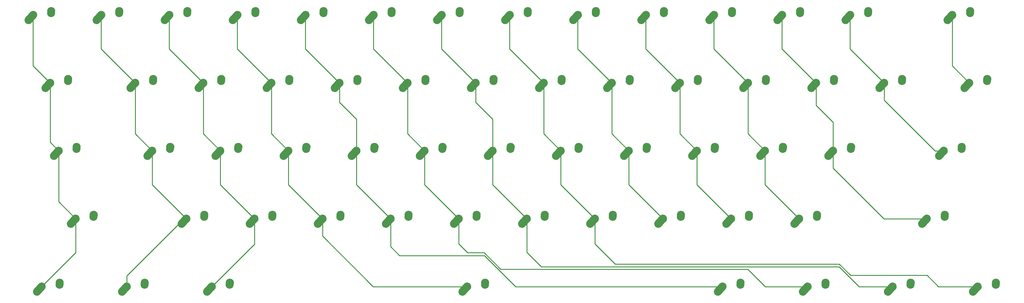
<source format=gbr>
%TF.GenerationSoftware,KiCad,Pcbnew,(6.0.5)*%
%TF.CreationDate,2023-04-01T18:57:01-04:00*%
%TF.ProjectId,paperweight 60,70617065-7277-4656-9967-68742036302e,rev?*%
%TF.SameCoordinates,Original*%
%TF.FileFunction,Copper,L2,Bot*%
%TF.FilePolarity,Positive*%
%FSLAX46Y46*%
G04 Gerber Fmt 4.6, Leading zero omitted, Abs format (unit mm)*
G04 Created by KiCad (PCBNEW (6.0.5)) date 2023-04-01 18:57:01*
%MOMM*%
%LPD*%
G01*
G04 APERTURE LIST*
G04 Aperture macros list*
%AMHorizOval*
0 Thick line with rounded ends*
0 $1 width*
0 $2 $3 position (X,Y) of the first rounded end (center of the circle)*
0 $4 $5 position (X,Y) of the second rounded end (center of the circle)*
0 Add line between two ends*
20,1,$1,$2,$3,$4,$5,0*
0 Add two circle primitives to create the rounded ends*
1,1,$1,$2,$3*
1,1,$1,$4,$5*%
G04 Aperture macros list end*
%TA.AperFunction,ComponentPad*%
%ADD10C,2.250000*%
%TD*%
%TA.AperFunction,ComponentPad*%
%ADD11HorizOval,2.250000X0.655001X0.730000X-0.655001X-0.730000X0*%
%TD*%
%TA.AperFunction,ComponentPad*%
%ADD12HorizOval,2.250000X0.020000X0.290000X-0.020000X-0.290000X0*%
%TD*%
%TA.AperFunction,Conductor*%
%ADD13C,0.250000*%
%TD*%
G04 APERTURE END LIST*
D10*
%TO.P,MX61,1,COL*%
%TO.N,Net-(MX60-Pad1)*%
X273725000Y-46800000D03*
D11*
X273070001Y-47530000D03*
D12*
%TO.P,MX61,2,ROW*%
%TO.N,Net-(MX12-Pad2)*%
X278745000Y-46010000D03*
D10*
X278765000Y-45720000D03*
%TD*%
D11*
%TO.P,MX60,1,COL*%
%TO.N,Net-(MX60-Pad1)*%
X268307501Y-28480000D03*
D10*
X268962500Y-27750000D03*
D12*
%TO.P,MX60,2,ROW*%
%TO.N,Net-(MX1-Pad2)*%
X273982500Y-26960000D03*
D10*
X274002500Y-26670000D03*
%TD*%
%TO.P,MX59,1,COL*%
%TO.N,Net-(MX57-Pad1)*%
X266581250Y-65850000D03*
D11*
X265926251Y-66580000D03*
D10*
%TO.P,MX59,2,ROW*%
%TO.N,Net-(MX13-Pad2)*%
X271621250Y-64770000D03*
D12*
X271601250Y-65060000D03*
%TD*%
D10*
%TO.P,MX58,1,COL*%
%TO.N,Net-(MX57-Pad1)*%
X249912500Y-46800000D03*
D11*
X249257501Y-47530000D03*
D10*
%TO.P,MX58,2,ROW*%
%TO.N,Net-(MX12-Pad2)*%
X254952500Y-45720000D03*
D12*
X254932500Y-46010000D03*
%TD*%
D10*
%TO.P,MX57,1,COL*%
%TO.N,Net-(MX57-Pad1)*%
X240387500Y-27750000D03*
D11*
X239732501Y-28480000D03*
D10*
%TO.P,MX57,2,ROW*%
%TO.N,Net-(MX1-Pad2)*%
X245427500Y-26670000D03*
D12*
X245407500Y-26960000D03*
%TD*%
D10*
%TO.P,MX56,1,COL*%
%TO.N,Net-(MX53-Pad1)*%
X261818750Y-84900000D03*
D11*
X261163751Y-85630000D03*
D12*
%TO.P,MX56,2,ROW*%
%TO.N,Net-(MX14-Pad2)*%
X266838750Y-84110000D03*
D10*
X266858750Y-83820000D03*
%TD*%
%TO.P,MX55,1,COL*%
%TO.N,Net-(MX53-Pad1)*%
X235625000Y-65850000D03*
D11*
X234970001Y-66580000D03*
D10*
%TO.P,MX55,2,ROW*%
%TO.N,Net-(MX13-Pad2)*%
X240665000Y-64770000D03*
D12*
X240645000Y-65060000D03*
%TD*%
D10*
%TO.P,MX54,1,COL*%
%TO.N,Net-(MX53-Pad1)*%
X230862500Y-46800000D03*
D11*
X230207501Y-47530000D03*
D10*
%TO.P,MX54,2,ROW*%
%TO.N,Net-(MX12-Pad2)*%
X235902500Y-45720000D03*
D12*
X235882500Y-46010000D03*
%TD*%
D10*
%TO.P,MX53,1,COL*%
%TO.N,Net-(MX53-Pad1)*%
X221337500Y-27750000D03*
D11*
X220682501Y-28480000D03*
D10*
%TO.P,MX53,2,ROW*%
%TO.N,Net-(MX1-Pad2)*%
X226377500Y-26670000D03*
D12*
X226357500Y-26960000D03*
%TD*%
D10*
%TO.P,MX52,1,COL*%
%TO.N,Net-(MX49-Pad1)*%
X226100000Y-84900000D03*
D11*
X225445001Y-85630000D03*
D10*
%TO.P,MX52,2,ROW*%
%TO.N,Net-(MX14-Pad2)*%
X231140000Y-83820000D03*
D12*
X231120000Y-84110000D03*
%TD*%
D10*
%TO.P,MX51,1,COL*%
%TO.N,Net-(MX49-Pad1)*%
X216575000Y-65850000D03*
D11*
X215920001Y-66580000D03*
D10*
%TO.P,MX51,2,ROW*%
%TO.N,Net-(MX13-Pad2)*%
X221615000Y-64770000D03*
D12*
X221595000Y-65060000D03*
%TD*%
D10*
%TO.P,MX50,1,COL*%
%TO.N,Net-(MX49-Pad1)*%
X211812500Y-46800000D03*
D11*
X211157501Y-47530000D03*
D10*
%TO.P,MX50,2,ROW*%
%TO.N,Net-(MX12-Pad2)*%
X216852500Y-45720000D03*
D12*
X216832500Y-46010000D03*
%TD*%
D10*
%TO.P,MX49,1,COL*%
%TO.N,Net-(MX49-Pad1)*%
X202287500Y-27750000D03*
D11*
X201632501Y-28480000D03*
D10*
%TO.P,MX49,2,ROW*%
%TO.N,Net-(MX1-Pad2)*%
X207327500Y-26670000D03*
D12*
X207307500Y-26960000D03*
%TD*%
D10*
%TO.P,MX48,1,COL*%
%TO.N,Net-(MX45-Pad1)*%
X207050000Y-84900000D03*
D11*
X206395001Y-85630000D03*
D10*
%TO.P,MX48,2,ROW*%
%TO.N,Net-(MX14-Pad2)*%
X212090000Y-83820000D03*
D12*
X212070000Y-84110000D03*
%TD*%
D10*
%TO.P,MX47,1,COL*%
%TO.N,Net-(MX45-Pad1)*%
X197525000Y-65850000D03*
D11*
X196870001Y-66580000D03*
D10*
%TO.P,MX47,2,ROW*%
%TO.N,Net-(MX13-Pad2)*%
X202565000Y-64770000D03*
D12*
X202545000Y-65060000D03*
%TD*%
D10*
%TO.P,MX46,1,COL*%
%TO.N,Net-(MX45-Pad1)*%
X192762500Y-46800000D03*
D11*
X192107501Y-47530000D03*
D10*
%TO.P,MX46,2,ROW*%
%TO.N,Net-(MX12-Pad2)*%
X197802500Y-45720000D03*
D12*
X197782500Y-46010000D03*
%TD*%
D10*
%TO.P,MX45,1,COL*%
%TO.N,Net-(MX45-Pad1)*%
X183237500Y-27750000D03*
D11*
X182582501Y-28480000D03*
D10*
%TO.P,MX45,2,ROW*%
%TO.N,Net-(MX1-Pad2)*%
X188277500Y-26670000D03*
D12*
X188257500Y-26960000D03*
%TD*%
D10*
%TO.P,MX44,1,COL*%
%TO.N,Net-(MX41-Pad1)*%
X188000000Y-84900000D03*
D11*
X187345001Y-85630000D03*
D10*
%TO.P,MX44,2,ROW*%
%TO.N,Net-(MX14-Pad2)*%
X193040000Y-83820000D03*
D12*
X193020000Y-84110000D03*
%TD*%
D10*
%TO.P,MX43,1,COL*%
%TO.N,Net-(MX41-Pad1)*%
X178475000Y-65850000D03*
D11*
X177820001Y-66580000D03*
D10*
%TO.P,MX43,2,ROW*%
%TO.N,Net-(MX13-Pad2)*%
X183515000Y-64770000D03*
D12*
X183495000Y-65060000D03*
%TD*%
D10*
%TO.P,MX42,1,COL*%
%TO.N,Net-(MX41-Pad1)*%
X173712500Y-46800000D03*
D11*
X173057501Y-47530000D03*
D10*
%TO.P,MX42,2,ROW*%
%TO.N,Net-(MX12-Pad2)*%
X178752500Y-45720000D03*
D12*
X178732500Y-46010000D03*
%TD*%
D10*
%TO.P,MX41,1,COL*%
%TO.N,Net-(MX41-Pad1)*%
X164187500Y-27750000D03*
D11*
X163532501Y-28480000D03*
D10*
%TO.P,MX41,2,ROW*%
%TO.N,Net-(MX1-Pad2)*%
X169227500Y-26670000D03*
D12*
X169207500Y-26960000D03*
%TD*%
D11*
%TO.P,MX40,1,COL*%
%TO.N,Net-(MX36-Pad1)*%
X275451251Y-104680000D03*
D10*
X276106250Y-103950000D03*
%TO.P,MX40,2,ROW*%
%TO.N,Net-(MX10-Pad2)*%
X281146250Y-102870000D03*
D12*
X281126250Y-103160000D03*
%TD*%
D10*
%TO.P,MX39,1,COL*%
%TO.N,Net-(MX36-Pad1)*%
X168950000Y-84900000D03*
D11*
X168295001Y-85630000D03*
D10*
%TO.P,MX39,2,ROW*%
%TO.N,Net-(MX14-Pad2)*%
X173990000Y-83820000D03*
D12*
X173970000Y-84110000D03*
%TD*%
D10*
%TO.P,MX38,1,COL*%
%TO.N,Net-(MX36-Pad1)*%
X159425000Y-65850000D03*
D11*
X158770001Y-66580000D03*
D10*
%TO.P,MX38,2,ROW*%
%TO.N,Net-(MX13-Pad2)*%
X164465000Y-64770000D03*
D12*
X164445000Y-65060000D03*
%TD*%
D10*
%TO.P,MX37,1,COL*%
%TO.N,Net-(MX36-Pad1)*%
X154662500Y-46800000D03*
D11*
X154007501Y-47530000D03*
D10*
%TO.P,MX37,2,ROW*%
%TO.N,Net-(MX12-Pad2)*%
X159702500Y-45720000D03*
D12*
X159682500Y-46010000D03*
%TD*%
D10*
%TO.P,MX36,1,COL*%
%TO.N,Net-(MX36-Pad1)*%
X145137500Y-27750000D03*
D11*
X144482501Y-28480000D03*
D10*
%TO.P,MX36,2,ROW*%
%TO.N,Net-(MX1-Pad2)*%
X150177500Y-26670000D03*
D12*
X150157500Y-26960000D03*
%TD*%
D11*
%TO.P,MX35,1,COL*%
%TO.N,Net-(MX31-Pad1)*%
X251638751Y-104680000D03*
D10*
X252293750Y-103950000D03*
%TO.P,MX35,2,ROW*%
%TO.N,Net-(MX10-Pad2)*%
X257333750Y-102870000D03*
D12*
X257313750Y-103160000D03*
%TD*%
D10*
%TO.P,MX34,1,COL*%
%TO.N,Net-(MX31-Pad1)*%
X149900000Y-84900000D03*
D11*
X149245001Y-85630000D03*
D10*
%TO.P,MX34,2,ROW*%
%TO.N,Net-(MX14-Pad2)*%
X154940000Y-83820000D03*
D12*
X154920000Y-84110000D03*
%TD*%
D10*
%TO.P,MX33,1,COL*%
%TO.N,Net-(MX31-Pad1)*%
X140375000Y-65850000D03*
D11*
X139720001Y-66580000D03*
D10*
%TO.P,MX33,2,ROW*%
%TO.N,Net-(MX13-Pad2)*%
X145415000Y-64770000D03*
D12*
X145395000Y-65060000D03*
%TD*%
D10*
%TO.P,MX32,1,COL*%
%TO.N,Net-(MX31-Pad1)*%
X135612500Y-46800000D03*
D11*
X134957501Y-47530000D03*
D10*
%TO.P,MX32,2,ROW*%
%TO.N,Net-(MX12-Pad2)*%
X140652500Y-45720000D03*
D12*
X140632500Y-46010000D03*
%TD*%
D10*
%TO.P,MX31,1,COL*%
%TO.N,Net-(MX31-Pad1)*%
X126087500Y-27750000D03*
D11*
X125432501Y-28480000D03*
D10*
%TO.P,MX31,2,ROW*%
%TO.N,Net-(MX1-Pad2)*%
X131127500Y-26670000D03*
D12*
X131107500Y-26960000D03*
%TD*%
D11*
%TO.P,MX30,1,COL*%
%TO.N,Net-(MX26-Pad1)*%
X227826251Y-104680000D03*
D10*
X228481250Y-103950000D03*
%TO.P,MX30,2,ROW*%
%TO.N,Net-(MX10-Pad2)*%
X233521250Y-102870000D03*
D12*
X233501250Y-103160000D03*
%TD*%
D10*
%TO.P,MX29,1,COL*%
%TO.N,Net-(MX26-Pad1)*%
X130850000Y-84900000D03*
D11*
X130195001Y-85630000D03*
D10*
%TO.P,MX29,2,ROW*%
%TO.N,Net-(MX14-Pad2)*%
X135890000Y-83820000D03*
D12*
X135870000Y-84110000D03*
%TD*%
D10*
%TO.P,MX28,1,COL*%
%TO.N,Net-(MX26-Pad1)*%
X121325000Y-65850000D03*
D11*
X120670001Y-66580000D03*
D10*
%TO.P,MX28,2,ROW*%
%TO.N,Net-(MX13-Pad2)*%
X126365000Y-64770000D03*
D12*
X126345000Y-65060000D03*
%TD*%
D10*
%TO.P,MX27,1,COL*%
%TO.N,Net-(MX26-Pad1)*%
X116562500Y-46800000D03*
D11*
X115907501Y-47530000D03*
D10*
%TO.P,MX27,2,ROW*%
%TO.N,Net-(MX12-Pad2)*%
X121602500Y-45720000D03*
D12*
X121582500Y-46010000D03*
%TD*%
D10*
%TO.P,MX26,1,COL*%
%TO.N,Net-(MX26-Pad1)*%
X107037500Y-27750000D03*
D11*
X106382501Y-28480000D03*
D10*
%TO.P,MX26,2,ROW*%
%TO.N,Net-(MX1-Pad2)*%
X112077500Y-26670000D03*
D12*
X112057500Y-26960000D03*
%TD*%
D11*
%TO.P,MX25,1,COL*%
%TO.N,Net-(MX21-Pad1)*%
X204013751Y-104680000D03*
D10*
X204668750Y-103950000D03*
%TO.P,MX25,2,ROW*%
%TO.N,Net-(MX10-Pad2)*%
X209708750Y-102870000D03*
D12*
X209688750Y-103160000D03*
%TD*%
D10*
%TO.P,MX24,1,COL*%
%TO.N,Net-(MX21-Pad1)*%
X111800000Y-84900000D03*
D11*
X111145001Y-85630000D03*
D10*
%TO.P,MX24,2,ROW*%
%TO.N,Net-(MX14-Pad2)*%
X116840000Y-83820000D03*
D12*
X116820000Y-84110000D03*
%TD*%
D10*
%TO.P,MX23,1,COL*%
%TO.N,Net-(MX21-Pad1)*%
X102275000Y-65850000D03*
D11*
X101620001Y-66580000D03*
D10*
%TO.P,MX23,2,ROW*%
%TO.N,Net-(MX13-Pad2)*%
X107315000Y-64770000D03*
D12*
X107295000Y-65060000D03*
%TD*%
D10*
%TO.P,MX22,1,COL*%
%TO.N,Net-(MX21-Pad1)*%
X97512500Y-46800000D03*
D11*
X96857501Y-47530000D03*
D10*
%TO.P,MX22,2,ROW*%
%TO.N,Net-(MX12-Pad2)*%
X102552500Y-45720000D03*
D12*
X102532500Y-46010000D03*
%TD*%
D10*
%TO.P,MX21,1,COL*%
%TO.N,Net-(MX21-Pad1)*%
X87987500Y-27750000D03*
D11*
X87332501Y-28480000D03*
D10*
%TO.P,MX21,2,ROW*%
%TO.N,Net-(MX1-Pad2)*%
X93027500Y-26670000D03*
D12*
X93007500Y-26960000D03*
%TD*%
D10*
%TO.P,MX20,1,COL*%
%TO.N,Net-(MX16-Pad1)*%
X133231250Y-103950000D03*
D11*
X132576251Y-104680000D03*
D12*
%TO.P,MX20,2,ROW*%
%TO.N,Net-(MX10-Pad2)*%
X138251250Y-103160000D03*
D10*
X138271250Y-102870000D03*
%TD*%
%TO.P,MX19,1,COL*%
%TO.N,Net-(MX16-Pad1)*%
X92750000Y-84900000D03*
D11*
X92095001Y-85630000D03*
D10*
%TO.P,MX19,2,ROW*%
%TO.N,Net-(MX14-Pad2)*%
X97790000Y-83820000D03*
D12*
X97770000Y-84110000D03*
%TD*%
D10*
%TO.P,MX18,1,COL*%
%TO.N,Net-(MX16-Pad1)*%
X83225000Y-65850000D03*
D11*
X82570001Y-66580000D03*
D10*
%TO.P,MX18,2,ROW*%
%TO.N,Net-(MX13-Pad2)*%
X88265000Y-64770000D03*
D12*
X88245000Y-65060000D03*
%TD*%
D10*
%TO.P,MX17,1,COL*%
%TO.N,Net-(MX16-Pad1)*%
X78462500Y-46800000D03*
D11*
X77807501Y-47530000D03*
D10*
%TO.P,MX17,2,ROW*%
%TO.N,Net-(MX12-Pad2)*%
X83502500Y-45720000D03*
D12*
X83482500Y-46010000D03*
%TD*%
D10*
%TO.P,MX16,1,COL*%
%TO.N,Net-(MX16-Pad1)*%
X68937500Y-27750000D03*
D11*
X68282501Y-28480000D03*
D10*
%TO.P,MX16,2,ROW*%
%TO.N,Net-(MX1-Pad2)*%
X73977500Y-26670000D03*
D12*
X73957500Y-26960000D03*
%TD*%
D11*
%TO.P,MX15,1,COL*%
%TO.N,Net-(MX11-Pad1)*%
X61138751Y-104680000D03*
D10*
X61793750Y-103950000D03*
%TO.P,MX15,2,ROW*%
%TO.N,Net-(MX10-Pad2)*%
X66833750Y-102870000D03*
D12*
X66813750Y-103160000D03*
%TD*%
D10*
%TO.P,MX14,1,COL*%
%TO.N,Net-(MX11-Pad1)*%
X73700000Y-84900000D03*
D11*
X73045001Y-85630000D03*
D10*
%TO.P,MX14,2,ROW*%
%TO.N,Net-(MX14-Pad2)*%
X78740000Y-83820000D03*
D12*
X78720000Y-84110000D03*
%TD*%
D10*
%TO.P,MX13,1,COL*%
%TO.N,Net-(MX11-Pad1)*%
X64175000Y-65850000D03*
D11*
X63520001Y-66580000D03*
D10*
%TO.P,MX13,2,ROW*%
%TO.N,Net-(MX13-Pad2)*%
X69215000Y-64770000D03*
D12*
X69195000Y-65060000D03*
%TD*%
D10*
%TO.P,MX12,1,COL*%
%TO.N,Net-(MX11-Pad1)*%
X59412500Y-46800000D03*
D11*
X58757501Y-47530000D03*
D10*
%TO.P,MX12,2,ROW*%
%TO.N,Net-(MX12-Pad2)*%
X64452500Y-45720000D03*
D12*
X64432500Y-46010000D03*
%TD*%
D10*
%TO.P,MX11,1,COL*%
%TO.N,Net-(MX11-Pad1)*%
X49887500Y-27750000D03*
D11*
X49232501Y-28480000D03*
D10*
%TO.P,MX11,2,ROW*%
%TO.N,Net-(MX1-Pad2)*%
X54927500Y-26670000D03*
D12*
X54907500Y-26960000D03*
%TD*%
D11*
%TO.P,MX10,1,COL*%
%TO.N,Net-(MX10-Pad1)*%
X37326251Y-104680000D03*
D10*
X37981250Y-103950000D03*
%TO.P,MX10,2,ROW*%
%TO.N,Net-(MX10-Pad2)*%
X43021250Y-102870000D03*
D12*
X43001250Y-103160000D03*
%TD*%
D10*
%TO.P,MX9,1,COL*%
%TO.N,Net-(MX10-Pad1)*%
X54650000Y-84900000D03*
D11*
X53995001Y-85630000D03*
D10*
%TO.P,MX9,2,ROW*%
%TO.N,Net-(MX14-Pad2)*%
X59690000Y-83820000D03*
D12*
X59670000Y-84110000D03*
%TD*%
D10*
%TO.P,MX8,1,COL*%
%TO.N,Net-(MX10-Pad1)*%
X45125000Y-65850000D03*
D11*
X44470001Y-66580000D03*
D10*
%TO.P,MX8,2,ROW*%
%TO.N,Net-(MX13-Pad2)*%
X50165000Y-64770000D03*
D12*
X50145000Y-65060000D03*
%TD*%
D10*
%TO.P,MX7,1,COL*%
%TO.N,Net-(MX10-Pad1)*%
X40362500Y-46800000D03*
D11*
X39707501Y-47530000D03*
D10*
%TO.P,MX7,2,ROW*%
%TO.N,Net-(MX12-Pad2)*%
X45402500Y-45720000D03*
D12*
X45382500Y-46010000D03*
%TD*%
D10*
%TO.P,MX6,1,COL*%
%TO.N,Net-(MX10-Pad1)*%
X30837500Y-27750000D03*
D11*
X30182501Y-28480000D03*
D10*
%TO.P,MX6,2,ROW*%
%TO.N,Net-(MX1-Pad2)*%
X35877500Y-26670000D03*
D12*
X35857500Y-26960000D03*
%TD*%
D11*
%TO.P,MX5,1,COL*%
%TO.N,Net-(MX1-Pad1)*%
X13513751Y-104680000D03*
D10*
X14168750Y-103950000D03*
%TO.P,MX5,2,ROW*%
%TO.N,Net-(MX10-Pad2)*%
X19208750Y-102870000D03*
D12*
X19188750Y-103160000D03*
%TD*%
D10*
%TO.P,MX4,1,COL*%
%TO.N,Net-(MX1-Pad1)*%
X23693750Y-84900000D03*
D11*
X23038751Y-85630000D03*
D10*
%TO.P,MX4,2,ROW*%
%TO.N,Net-(MX14-Pad2)*%
X28733750Y-83820000D03*
D12*
X28713750Y-84110000D03*
%TD*%
D11*
%TO.P,MX3,1,COL*%
%TO.N,Net-(MX1-Pad1)*%
X18276251Y-66580000D03*
D10*
X18931250Y-65850000D03*
D12*
%TO.P,MX3,2,ROW*%
%TO.N,Net-(MX13-Pad2)*%
X23951250Y-65060000D03*
D10*
X23971250Y-64770000D03*
%TD*%
%TO.P,MX2,1,COL*%
%TO.N,Net-(MX1-Pad1)*%
X16550000Y-46800000D03*
D11*
X15895001Y-47530000D03*
D12*
%TO.P,MX2,2,ROW*%
%TO.N,Net-(MX12-Pad2)*%
X21570000Y-46010000D03*
D10*
X21590000Y-45720000D03*
%TD*%
%TO.P,MX1,1,COL*%
%TO.N,Net-(MX1-Pad1)*%
X11787500Y-27750000D03*
D11*
X11132501Y-28480000D03*
D10*
%TO.P,MX1,2,ROW*%
%TO.N,Net-(MX1-Pad2)*%
X16827500Y-26670000D03*
D12*
X16807500Y-26960000D03*
%TD*%
D13*
%TO.N,Net-(MX60-Pad1)*%
X268962500Y-42037500D02*
X268962500Y-27750000D01*
X273725000Y-46800000D02*
X268962500Y-42037500D01*
%TO.N,Net-(MX57-Pad1)*%
X240387500Y-37275000D02*
X240387500Y-27750000D01*
X249912500Y-46800000D02*
X240387500Y-37275000D01*
X249912500Y-51649454D02*
X249912500Y-46800000D01*
X264113046Y-65850000D02*
X249912500Y-51649454D01*
X266581250Y-65850000D02*
X264113046Y-65850000D01*
%TO.N,Net-(MX53-Pad1)*%
X221337500Y-37275000D02*
X221337500Y-27750000D01*
X230862500Y-46800000D02*
X221337500Y-37275000D01*
X230862500Y-53062500D02*
X230862500Y-46800000D01*
X235625000Y-57825000D02*
X230862500Y-53062500D01*
X235625000Y-65850000D02*
X235625000Y-57825000D01*
X235625000Y-70699454D02*
X235625000Y-65850000D01*
X249825546Y-84900000D02*
X235625000Y-70699454D01*
X261818750Y-84900000D02*
X249825546Y-84900000D01*
%TO.N,Net-(MX49-Pad1)*%
X211812500Y-46800000D02*
X202287500Y-37275000D01*
X202287500Y-37275000D02*
X202287500Y-27750000D01*
X211812500Y-61087500D02*
X211812500Y-46800000D01*
X216575000Y-65850000D02*
X211812500Y-61087500D01*
X216575000Y-75375000D02*
X216575000Y-65850000D01*
X226100000Y-84900000D02*
X216575000Y-75375000D01*
%TO.N,Net-(MX45-Pad1)*%
X192762500Y-46800000D02*
X183237500Y-37275000D01*
X183237500Y-37275000D02*
X183237500Y-27750000D01*
X192762500Y-61087500D02*
X192762500Y-46800000D01*
X197525000Y-65850000D02*
X192762500Y-61087500D01*
X197525000Y-75375000D02*
X197525000Y-65850000D01*
X207050000Y-84900000D02*
X197525000Y-75375000D01*
%TO.N,Net-(MX41-Pad1)*%
X164187500Y-37275000D02*
X164187500Y-27750000D01*
X173712500Y-46800000D02*
X164187500Y-37275000D01*
X173712500Y-61087500D02*
X173712500Y-46800000D01*
X178475000Y-65850000D02*
X173712500Y-61087500D01*
X178475000Y-75375000D02*
X178475000Y-65850000D01*
X188000000Y-84900000D02*
X178475000Y-75375000D01*
%TO.N,Net-(MX36-Pad1)*%
X145137500Y-37275000D02*
X145137500Y-27750000D01*
X154662500Y-46800000D02*
X145137500Y-37275000D01*
X154662500Y-61087500D02*
X154662500Y-46800000D01*
X159425000Y-65850000D02*
X154662500Y-61087500D01*
X168950000Y-84900000D02*
X159425000Y-75375000D01*
X159425000Y-75375000D02*
X159425000Y-65850000D01*
X168950000Y-91956250D02*
X168950000Y-84900000D01*
X174625000Y-97631250D02*
X168950000Y-91956250D01*
X237331250Y-97631250D02*
X174625000Y-97631250D01*
X240506250Y-100806250D02*
X237331250Y-97631250D01*
X261937500Y-100806250D02*
X240506250Y-100806250D01*
X265081250Y-103950000D02*
X261937500Y-100806250D01*
X276106250Y-103950000D02*
X265081250Y-103950000D01*
%TO.N,Net-(MX31-Pad1)*%
X126087500Y-37275000D02*
X126087500Y-27750000D01*
X135612500Y-46800000D02*
X126087500Y-37275000D01*
X140375000Y-57031250D02*
X135612500Y-52268750D01*
X135612500Y-52268750D02*
X135612500Y-46800000D01*
X140375000Y-65850000D02*
X140375000Y-57031250D01*
X140375000Y-75375000D02*
X140375000Y-65850000D01*
X149900000Y-84900000D02*
X140375000Y-75375000D01*
X237331250Y-98425000D02*
X153987500Y-98425000D01*
X149900000Y-94337500D02*
X149900000Y-84900000D01*
X242856250Y-103950000D02*
X237331250Y-98425000D01*
X252293750Y-103950000D02*
X242856250Y-103950000D01*
X153987500Y-98425000D02*
X149900000Y-94337500D01*
%TO.N,Net-(MX26-Pad1)*%
X107037500Y-37275000D02*
X107037500Y-27750000D01*
X116562500Y-46800000D02*
X107037500Y-37275000D01*
X116562500Y-61087500D02*
X116562500Y-46800000D01*
X121325000Y-65850000D02*
X116562500Y-61087500D01*
X130850000Y-84900000D02*
X121325000Y-75375000D01*
X121325000Y-75375000D02*
X121325000Y-65850000D01*
X130850000Y-91956250D02*
X130850000Y-84900000D01*
X133350000Y-94456250D02*
X130850000Y-91956250D01*
X137954468Y-94456250D02*
X133350000Y-94456250D01*
X142564697Y-99066479D02*
X137954468Y-94456250D01*
X211778979Y-99066479D02*
X142564697Y-99066479D01*
X216662500Y-103950000D02*
X211778979Y-99066479D01*
X228481250Y-103950000D02*
X216662500Y-103950000D01*
%TO.N,Net-(MX21-Pad1)*%
X87987500Y-37275000D02*
X87987500Y-27750000D01*
X97512500Y-46800000D02*
X87987500Y-37275000D01*
X97512500Y-52268750D02*
X97512500Y-46800000D01*
X102275000Y-57031250D02*
X97512500Y-52268750D01*
X102275000Y-65850000D02*
X102275000Y-57031250D01*
X102275000Y-75375000D02*
X102275000Y-65850000D01*
X111800000Y-84900000D02*
X102275000Y-75375000D01*
X111800000Y-92750000D02*
X111800000Y-84900000D01*
X114300000Y-95250000D02*
X111800000Y-92750000D01*
X138112500Y-95250000D02*
X114300000Y-95250000D01*
X146812500Y-103950000D02*
X138112500Y-95250000D01*
X204668750Y-103950000D02*
X146812500Y-103950000D01*
%TO.N,Net-(MX16-Pad1)*%
X68937500Y-37275000D02*
X68937500Y-27750000D01*
X78462500Y-46800000D02*
X68937500Y-37275000D01*
X78462500Y-61087500D02*
X78462500Y-46800000D01*
X83225000Y-65850000D02*
X78462500Y-61087500D01*
X83225000Y-75375000D02*
X83225000Y-65850000D01*
X92750000Y-84900000D02*
X83225000Y-75375000D01*
X106950546Y-103950000D02*
X92750000Y-89749454D01*
X92750000Y-89749454D02*
X92750000Y-84900000D01*
X133231250Y-103950000D02*
X106950546Y-103950000D01*
%TO.N,Net-(MX11-Pad1)*%
X49887500Y-37275000D02*
X49887500Y-27750000D01*
X59412500Y-46800000D02*
X49887500Y-37275000D01*
X59412500Y-61087500D02*
X59412500Y-46800000D01*
X64175000Y-65850000D02*
X59412500Y-61087500D01*
X64175000Y-75375000D02*
X64175000Y-65850000D01*
X73700000Y-84900000D02*
X64175000Y-75375000D01*
X73700000Y-92043750D02*
X73700000Y-84900000D01*
X61793750Y-103950000D02*
X73700000Y-92043750D01*
%TO.N,Net-(MX10-Pad1)*%
X54006250Y-84900000D02*
X37981250Y-100925000D01*
X37981250Y-100925000D02*
X37981250Y-103950000D01*
X54650000Y-84900000D02*
X54006250Y-84900000D01*
X45125000Y-75375000D02*
X54650000Y-84900000D01*
X45125000Y-65850000D02*
X45125000Y-75375000D01*
X40362500Y-61087500D02*
X45125000Y-65850000D01*
X40362500Y-46800000D02*
X40362500Y-61087500D01*
X30837500Y-27750000D02*
X30837500Y-37275000D01*
X30837500Y-37275000D02*
X40362500Y-46800000D01*
%TO.N,Net-(MX1-Pad1)*%
X11787500Y-42037500D02*
X11787500Y-27750000D01*
X16550000Y-46800000D02*
X11787500Y-42037500D01*
X16550000Y-63468750D02*
X16550000Y-46800000D01*
X18931250Y-65850000D02*
X16550000Y-63468750D01*
X18931250Y-80137500D02*
X18931250Y-65850000D01*
X23693750Y-84900000D02*
X18931250Y-80137500D01*
X23693750Y-94425000D02*
X23693750Y-84900000D01*
X14168750Y-103950000D02*
X23693750Y-94425000D01*
%TD*%
M02*

</source>
